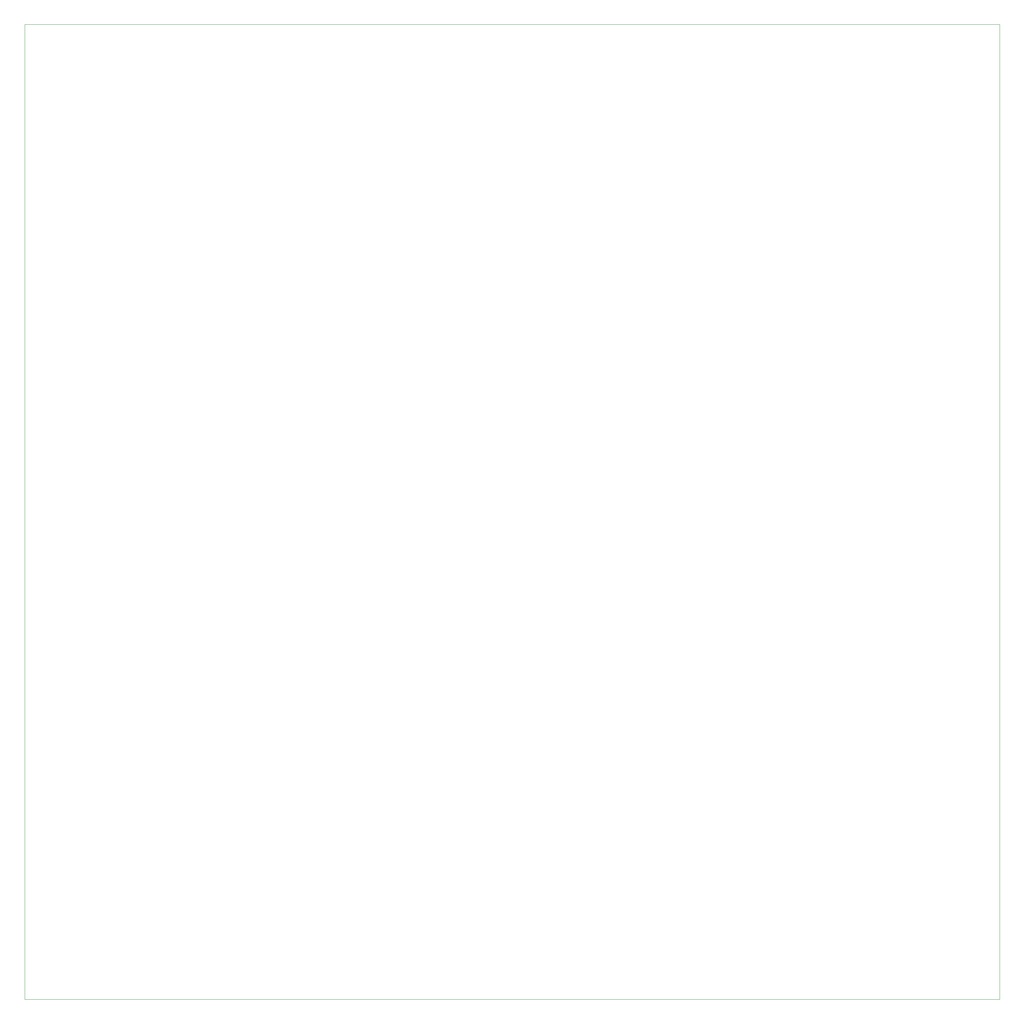
<source format=gm1>
%TF.GenerationSoftware,KiCad,Pcbnew,7.0.8-7.0.8~ubuntu22.04.1*%
%TF.CreationDate,2023-11-07T10:09:24+02:00*%
%TF.ProjectId,Tangenta,54616e67-656e-4746-912e-6b696361645f,rev?*%
%TF.SameCoordinates,Original*%
%TF.FileFunction,Profile,NP*%
%FSLAX46Y46*%
G04 Gerber Fmt 4.6, Leading zero omitted, Abs format (unit mm)*
G04 Created by KiCad (PCBNEW 7.0.8-7.0.8~ubuntu22.04.1) date 2023-11-07 10:09:24*
%MOMM*%
%LPD*%
G01*
G04 APERTURE LIST*
%TA.AperFunction,Profile*%
%ADD10C,0.100000*%
%TD*%
G04 APERTURE END LIST*
D10*
X279140000Y-271020000D02*
X35300000Y-271020000D01*
X35300000Y-271020000D02*
X35300000Y-27180000D01*
X279140000Y-27180000D02*
X279140000Y-271020000D01*
X35300000Y-27180000D02*
X279140000Y-27180000D01*
M02*

</source>
